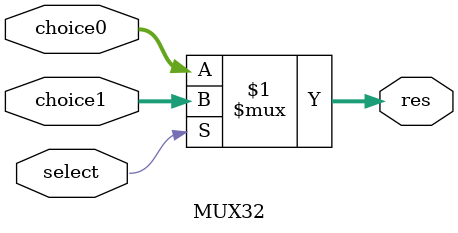
<source format=v>
module MUX32(
    choice0, 
    choice1, 
    select, 
    res
);

input [31:0] choice0;
input [31:0] choice1;
input select;
output [31:0] res;

wire [31:0] res;
assign res = (select)? choice1:choice0;

endmodule
</source>
